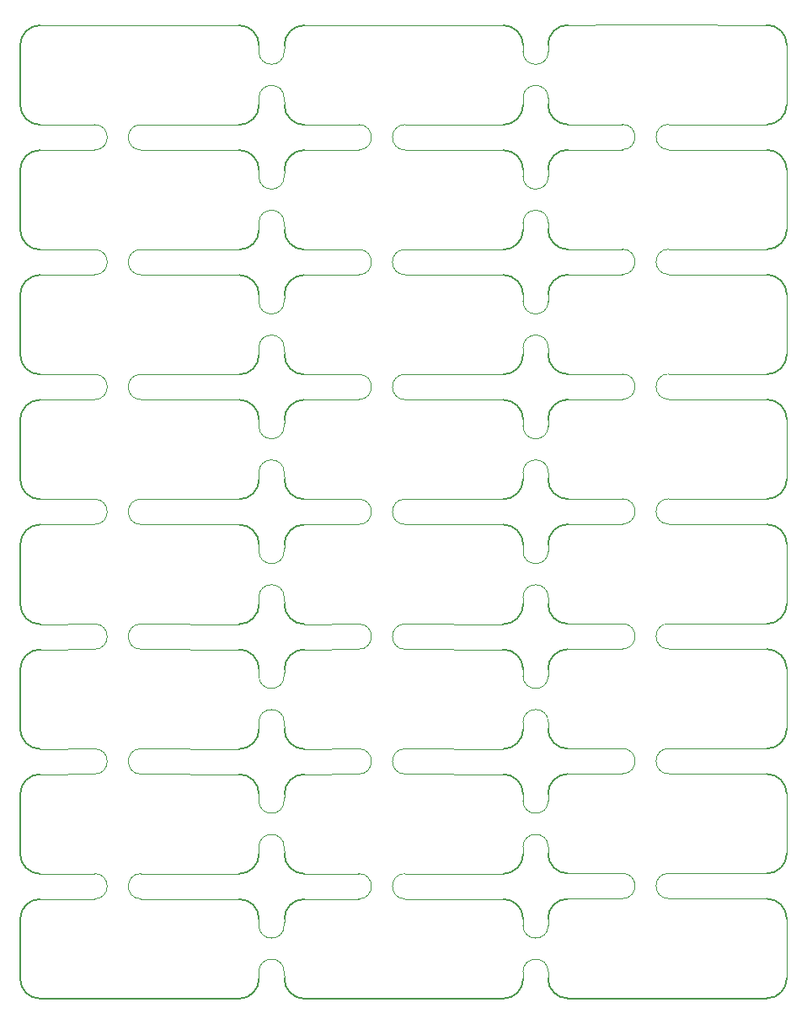
<source format=gbr>
%TF.GenerationSoftware,KiCad,Pcbnew,9.0.2*%
%TF.CreationDate,2026-01-01T17:19:06-05:00*%
%TF.ProjectId,Fracture Connector,46726163-7475-4726-9520-436f6e6e6563,rev?*%
%TF.SameCoordinates,Original*%
%TF.FileFunction,Profile,NP*%
%FSLAX46Y46*%
G04 Gerber Fmt 4.6, Leading zero omitted, Abs format (unit mm)*
G04 Created by KiCad (PCBNEW 9.0.2) date 2026-01-01 17:19:06*
%MOMM*%
%LPD*%
G01*
G04 APERTURE LIST*
%TA.AperFunction,Profile*%
%ADD10C,0.050000*%
%TD*%
%TA.AperFunction,Profile*%
%ADD11C,0.200000*%
%TD*%
%TA.AperFunction,Profile*%
%ADD12C,0.100000*%
%TD*%
G04 APERTURE END LIST*
D10*
X112355786Y-25455786D02*
X117015786Y-25455786D01*
X85860786Y-25485786D02*
X90520786Y-25485786D01*
X59310786Y-25485786D02*
X63970786Y-25485786D01*
X53835786Y-98205786D02*
X59310786Y-98185786D01*
X85860786Y-98185786D02*
X80385786Y-98205786D01*
X106880786Y-98175786D02*
X112355786Y-98155786D01*
X90520786Y-98185786D02*
X100385786Y-98205786D01*
X126880786Y-98175786D02*
X117015786Y-98155786D01*
X63970786Y-98185786D02*
X73835786Y-98205786D01*
X90520786Y-88185786D02*
X100385786Y-88205786D01*
D11*
X128880786Y-96175786D02*
G75*
G02*
X126880786Y-98175786I-2000000J0D01*
G01*
X102385786Y-96205786D02*
G75*
G02*
X100385786Y-98205786I-2000000J0D01*
G01*
D10*
X128880786Y-90175786D02*
X128880786Y-96175786D01*
X102385786Y-96205786D02*
X102370786Y-95515786D01*
X75835786Y-90205786D02*
X75820786Y-90855786D01*
D11*
X100385786Y-88205786D02*
G75*
G02*
X102385786Y-90205786I0J-2000000D01*
G01*
X73835786Y-88205786D02*
G75*
G02*
X75835786Y-90205786I1J-1999999D01*
G01*
D10*
X78385786Y-90205786D02*
X78360786Y-90855786D01*
D11*
X75835786Y-96205786D02*
G75*
G02*
X73835786Y-98205786I-1999999J-1D01*
G01*
X126880786Y-88175786D02*
G75*
G02*
X128880786Y-90175786I0J-2000000D01*
G01*
D10*
X104880786Y-96175786D02*
X104910786Y-95515786D01*
D11*
X51835786Y-96205786D02*
X51835786Y-90205786D01*
X80385786Y-98205786D02*
G75*
G02*
X78385786Y-96205786I-1J1999999D01*
G01*
X104880786Y-90175786D02*
G75*
G02*
X106880786Y-88175786I2000000J0D01*
G01*
D10*
X75835786Y-96205786D02*
X75820786Y-95515786D01*
X78385786Y-96205786D02*
X78360786Y-95515786D01*
X59310786Y-88185786D02*
X53835786Y-88205786D01*
X63970786Y-88185786D02*
X73835786Y-88205786D01*
X117015786Y-88155786D02*
X126880786Y-88175786D01*
X104880786Y-90175786D02*
X104910786Y-90855786D01*
D11*
X53835786Y-98205786D02*
G75*
G02*
X51835786Y-96205786I-1J1999999D01*
G01*
X51835786Y-90205786D02*
G75*
G02*
X53835786Y-88205786I1999999J1D01*
G01*
D10*
X102385786Y-90205786D02*
X102370786Y-90855786D01*
X112355786Y-88155786D02*
X106880786Y-88175786D01*
D11*
X106880786Y-98175786D02*
G75*
G02*
X104880786Y-96175786I0J2000000D01*
G01*
X78385786Y-90205786D02*
G75*
G02*
X80385786Y-88205786I1999999J1D01*
G01*
D10*
X85860786Y-88185786D02*
X80385786Y-88205786D01*
X53835786Y-85665786D02*
X59310786Y-85645786D01*
X85860786Y-85645786D02*
X80385786Y-85665786D01*
X106880786Y-85635786D02*
X112355786Y-85615786D01*
X90520786Y-85645786D02*
X100385786Y-85665786D01*
X126880786Y-85635786D02*
X117015786Y-85615786D01*
X63970786Y-85645786D02*
X73835786Y-85665786D01*
X90520786Y-75645786D02*
X100385786Y-75665786D01*
D11*
X128880786Y-83635786D02*
G75*
G02*
X126880786Y-85635786I-2000000J0D01*
G01*
X102385786Y-83665786D02*
G75*
G02*
X100385786Y-85665786I-2000000J0D01*
G01*
D10*
X128880786Y-77635786D02*
X128880786Y-83635786D01*
X102385786Y-83665786D02*
X102370786Y-82975786D01*
X75835786Y-77665786D02*
X75820786Y-78315786D01*
D11*
X100385786Y-75665786D02*
G75*
G02*
X102385786Y-77665786I0J-2000000D01*
G01*
X73835786Y-75665786D02*
G75*
G02*
X75835786Y-77665786I1J-1999999D01*
G01*
D10*
X78385786Y-77665786D02*
X78360786Y-78315786D01*
D11*
X75835786Y-83665786D02*
G75*
G02*
X73835786Y-85665786I-1999999J-1D01*
G01*
X126880786Y-75635786D02*
G75*
G02*
X128880786Y-77635786I0J-2000000D01*
G01*
D10*
X104880786Y-83635786D02*
X104910786Y-82975786D01*
D11*
X51835786Y-83665786D02*
X51835786Y-77665786D01*
X80385786Y-85665786D02*
G75*
G02*
X78385786Y-83665786I-1J1999999D01*
G01*
X104880786Y-77635786D02*
G75*
G02*
X106880786Y-75635786I2000000J0D01*
G01*
D10*
X75835786Y-83665786D02*
X75820786Y-82975786D01*
X78385786Y-83665786D02*
X78360786Y-82975786D01*
X59310786Y-75645786D02*
X53835786Y-75665786D01*
X63970786Y-75645786D02*
X73835786Y-75665786D01*
X117015786Y-75615786D02*
X126880786Y-75635786D01*
X104880786Y-77635786D02*
X104910786Y-78315786D01*
D11*
X53835786Y-85665786D02*
G75*
G02*
X51835786Y-83665786I-1J1999999D01*
G01*
X51835786Y-77665786D02*
G75*
G02*
X53835786Y-75665786I1999999J1D01*
G01*
D10*
X102385786Y-77665786D02*
X102370786Y-78315786D01*
X112355786Y-75615786D02*
X106880786Y-75635786D01*
D11*
X106880786Y-85635786D02*
G75*
G02*
X104880786Y-83635786I0J2000000D01*
G01*
X78385786Y-77665786D02*
G75*
G02*
X80385786Y-75665786I1999999J1D01*
G01*
D10*
X85860786Y-75645786D02*
X80385786Y-75665786D01*
X53835786Y-73125786D02*
X59310786Y-73105786D01*
X85860786Y-73105786D02*
X80385786Y-73125786D01*
X106880786Y-73095786D02*
X112355786Y-73075786D01*
X90520786Y-73105786D02*
X100385786Y-73125786D01*
X126880786Y-73095786D02*
X117015786Y-73075786D01*
X63970786Y-73105786D02*
X73835786Y-73125786D01*
X90520786Y-63105786D02*
X100385786Y-63125786D01*
D11*
X128880786Y-71095786D02*
G75*
G02*
X126880786Y-73095786I-2000000J0D01*
G01*
X102385786Y-71125786D02*
G75*
G02*
X100385786Y-73125786I-2000000J0D01*
G01*
D10*
X128880786Y-65095786D02*
X128880786Y-71095786D01*
X102385786Y-71125786D02*
X102370786Y-70435786D01*
X75835786Y-65125786D02*
X75820786Y-65775786D01*
D11*
X100385786Y-63125786D02*
G75*
G02*
X102385786Y-65125786I0J-2000000D01*
G01*
X73835786Y-63125786D02*
G75*
G02*
X75835786Y-65125786I1J-1999999D01*
G01*
D10*
X78385786Y-65125786D02*
X78360786Y-65775786D01*
D11*
X75835786Y-71125786D02*
G75*
G02*
X73835786Y-73125786I-1999999J-1D01*
G01*
X126880786Y-63095786D02*
G75*
G02*
X128880786Y-65095786I0J-2000000D01*
G01*
D10*
X104880786Y-71095786D02*
X104910786Y-70435786D01*
D11*
X51835786Y-71125786D02*
X51835786Y-65125786D01*
X80385786Y-73125786D02*
G75*
G02*
X78385786Y-71125786I-1J1999999D01*
G01*
X104880786Y-65095786D02*
G75*
G02*
X106880786Y-63095786I2000000J0D01*
G01*
D10*
X75835786Y-71125786D02*
X75820786Y-70435786D01*
X78385786Y-71125786D02*
X78360786Y-70435786D01*
X59310786Y-63105786D02*
X53835786Y-63125786D01*
X63970786Y-63105786D02*
X73835786Y-63125786D01*
X117015786Y-63075786D02*
X126880786Y-63095786D01*
X104880786Y-65095786D02*
X104910786Y-65775786D01*
D11*
X53835786Y-73125786D02*
G75*
G02*
X51835786Y-71125786I-1J1999999D01*
G01*
X51835786Y-65125786D02*
G75*
G02*
X53835786Y-63125786I1999999J1D01*
G01*
D10*
X102385786Y-65125786D02*
X102370786Y-65775786D01*
X112355786Y-63075786D02*
X106880786Y-63095786D01*
D11*
X106880786Y-73095786D02*
G75*
G02*
X104880786Y-71095786I0J2000000D01*
G01*
X78385786Y-65125786D02*
G75*
G02*
X80385786Y-63125786I1999999J1D01*
G01*
D10*
X85860786Y-63105786D02*
X80385786Y-63125786D01*
X53835786Y-60585786D02*
X59310786Y-60565786D01*
X85860786Y-60565786D02*
X80385786Y-60585786D01*
X106880786Y-60555786D02*
X112355786Y-60535786D01*
X90520786Y-60565786D02*
X100385786Y-60585786D01*
X126880786Y-60555786D02*
X117015786Y-60535786D01*
X63970786Y-60565786D02*
X73835786Y-60585786D01*
X90520786Y-50565786D02*
X100385786Y-50585786D01*
D11*
X128880786Y-58555786D02*
G75*
G02*
X126880786Y-60555786I-2000000J0D01*
G01*
X102385786Y-58585786D02*
G75*
G02*
X100385786Y-60585786I-2000000J0D01*
G01*
D10*
X128880786Y-52555786D02*
X128880786Y-58555786D01*
X102385786Y-58585786D02*
X102370786Y-57895786D01*
X75835786Y-52585786D02*
X75820786Y-53235786D01*
D11*
X100385786Y-50585786D02*
G75*
G02*
X102385786Y-52585786I0J-2000000D01*
G01*
X73835786Y-50585786D02*
G75*
G02*
X75835786Y-52585786I1J-1999999D01*
G01*
D10*
X78385786Y-52585786D02*
X78360786Y-53235786D01*
D11*
X75835786Y-58585786D02*
G75*
G02*
X73835786Y-60585786I-1999999J-1D01*
G01*
X126880786Y-50555786D02*
G75*
G02*
X128880786Y-52555786I0J-2000000D01*
G01*
D10*
X104880786Y-58555786D02*
X104910786Y-57895786D01*
D11*
X51835786Y-58585786D02*
X51835786Y-52585786D01*
X80385786Y-60585786D02*
G75*
G02*
X78385786Y-58585786I-1J1999999D01*
G01*
X104880786Y-52555786D02*
G75*
G02*
X106880786Y-50555786I2000000J0D01*
G01*
D10*
X75835786Y-58585786D02*
X75820786Y-57895786D01*
X78385786Y-58585786D02*
X78360786Y-57895786D01*
X59310786Y-50565786D02*
X53835786Y-50585786D01*
X63970786Y-50565786D02*
X73835786Y-50585786D01*
X117015786Y-50535786D02*
X126880786Y-50555786D01*
X104880786Y-52555786D02*
X104910786Y-53235786D01*
D11*
X53835786Y-60585786D02*
G75*
G02*
X51835786Y-58585786I-1J1999999D01*
G01*
X51835786Y-52585786D02*
G75*
G02*
X53835786Y-50585786I1999999J1D01*
G01*
D10*
X102385786Y-52585786D02*
X102370786Y-53235786D01*
X112355786Y-50535786D02*
X106880786Y-50555786D01*
D11*
X106880786Y-60555786D02*
G75*
G02*
X104880786Y-58555786I0J2000000D01*
G01*
X78385786Y-52585786D02*
G75*
G02*
X80385786Y-50585786I1999999J1D01*
G01*
D10*
X85860786Y-50565786D02*
X80385786Y-50585786D01*
X53835786Y-48045786D02*
X59310786Y-48025786D01*
X85860786Y-48025786D02*
X80385786Y-48045786D01*
X106880786Y-48015786D02*
X112355786Y-47995786D01*
X90520786Y-48025786D02*
X100385786Y-48045786D01*
X126880786Y-48015786D02*
X117015786Y-47995786D01*
X63970786Y-48025786D02*
X73835786Y-48045786D01*
X90520786Y-38025786D02*
X100385786Y-38045786D01*
D11*
X128880786Y-46015786D02*
G75*
G02*
X126880786Y-48015786I-2000000J0D01*
G01*
X102385786Y-46045786D02*
G75*
G02*
X100385786Y-48045786I-2000000J0D01*
G01*
D10*
X128880786Y-40015786D02*
X128880786Y-46015786D01*
X102385786Y-46045786D02*
X102370786Y-45355786D01*
X75835786Y-40045786D02*
X75820786Y-40695786D01*
D11*
X100385786Y-38045786D02*
G75*
G02*
X102385786Y-40045786I0J-2000000D01*
G01*
X73835786Y-38045786D02*
G75*
G02*
X75835786Y-40045786I1J-1999999D01*
G01*
D10*
X78385786Y-40045786D02*
X78360786Y-40695786D01*
D11*
X75835786Y-46045786D02*
G75*
G02*
X73835786Y-48045786I-1999999J-1D01*
G01*
X126880786Y-38015786D02*
G75*
G02*
X128880786Y-40015786I0J-2000000D01*
G01*
D10*
X104880786Y-46015786D02*
X104910786Y-45355786D01*
D11*
X51835786Y-46045786D02*
X51835786Y-40045786D01*
X80385786Y-48045786D02*
G75*
G02*
X78385786Y-46045786I-1J1999999D01*
G01*
X104880786Y-40015786D02*
G75*
G02*
X106880786Y-38015786I2000000J0D01*
G01*
D10*
X75835786Y-46045786D02*
X75820786Y-45355786D01*
X78385786Y-46045786D02*
X78360786Y-45355786D01*
X59310786Y-38025786D02*
X53835786Y-38045786D01*
X63970786Y-38025786D02*
X73835786Y-38045786D01*
X117015786Y-37995786D02*
X126880786Y-38015786D01*
X104880786Y-40015786D02*
X104910786Y-40695786D01*
D11*
X53835786Y-48045786D02*
G75*
G02*
X51835786Y-46045786I-1J1999999D01*
G01*
X51835786Y-40045786D02*
G75*
G02*
X53835786Y-38045786I1999999J1D01*
G01*
D10*
X102385786Y-40045786D02*
X102370786Y-40695786D01*
X112355786Y-37995786D02*
X106880786Y-38015786D01*
D11*
X106880786Y-48015786D02*
G75*
G02*
X104880786Y-46015786I0J2000000D01*
G01*
X78385786Y-40045786D02*
G75*
G02*
X80385786Y-38045786I1999999J1D01*
G01*
D10*
X85860786Y-38025786D02*
X80385786Y-38045786D01*
X53835786Y-35505786D02*
X59310786Y-35485786D01*
X85860786Y-35485786D02*
X80385786Y-35505786D01*
X106880786Y-35475786D02*
X112355786Y-35455786D01*
X90520786Y-35485786D02*
X100385786Y-35505786D01*
X126880786Y-35475786D02*
X117015786Y-35455786D01*
X63970786Y-35485786D02*
X73835786Y-35505786D01*
X90520786Y-25485786D02*
X100385786Y-25505786D01*
D11*
X128880786Y-33475786D02*
G75*
G02*
X126880786Y-35475786I-2000000J0D01*
G01*
X102385786Y-33505786D02*
G75*
G02*
X100385786Y-35505786I-2000000J0D01*
G01*
D10*
X128880786Y-27475786D02*
X128880786Y-33475786D01*
X102385786Y-33505786D02*
X102370786Y-32815786D01*
X75835786Y-27505786D02*
X75820786Y-28155786D01*
D11*
X100385786Y-25505786D02*
G75*
G02*
X102385786Y-27505786I0J-2000000D01*
G01*
X73835786Y-25505786D02*
G75*
G02*
X75835786Y-27505786I1J-1999999D01*
G01*
D10*
X78385786Y-27505786D02*
X78360786Y-28155786D01*
D11*
X75835786Y-33505786D02*
G75*
G02*
X73835786Y-35505786I-1999999J-1D01*
G01*
X126880786Y-25475786D02*
G75*
G02*
X128880786Y-27475786I0J-2000000D01*
G01*
D10*
X104880786Y-33475786D02*
X104910786Y-32815786D01*
D11*
X51835786Y-33505786D02*
X51835786Y-27505786D01*
X80385786Y-35505786D02*
G75*
G02*
X78385786Y-33505786I-1J1999999D01*
G01*
X104880786Y-27475786D02*
G75*
G02*
X106880786Y-25475786I2000000J0D01*
G01*
D10*
X75835786Y-33505786D02*
X75820786Y-32815786D01*
X78385786Y-33505786D02*
X78360786Y-32815786D01*
X59310786Y-25485786D02*
X53835786Y-25505786D01*
X63970786Y-25485786D02*
X73835786Y-25505786D01*
X117015786Y-25455786D02*
X126880786Y-25475786D01*
X104880786Y-27475786D02*
X104910786Y-28155786D01*
D11*
X53835786Y-35505786D02*
G75*
G02*
X51835786Y-33505786I-1J1999999D01*
G01*
X51835786Y-27505786D02*
G75*
G02*
X53835786Y-25505786I1999999J1D01*
G01*
D10*
X102385786Y-27505786D02*
X102370786Y-28155786D01*
X112355786Y-25455786D02*
X106880786Y-25475786D01*
D11*
X106880786Y-35475786D02*
G75*
G02*
X104880786Y-33475786I0J2000000D01*
G01*
X78385786Y-27505786D02*
G75*
G02*
X80385786Y-25505786I1999999J1D01*
G01*
D10*
X85860786Y-25485786D02*
X80385786Y-25505786D01*
X85860786Y-100725786D02*
X80385786Y-100745786D01*
D11*
X78385786Y-102745786D02*
G75*
G02*
X80385786Y-100745786I1999999J1D01*
G01*
X106880786Y-110715786D02*
G75*
G02*
X104880786Y-108715786I0J2000000D01*
G01*
D10*
X112355786Y-100695786D02*
X106880786Y-100715786D01*
X102385786Y-102745786D02*
X102370786Y-103395786D01*
D11*
X51835786Y-102745786D02*
G75*
G02*
X53835786Y-100745786I1999999J1D01*
G01*
X53835786Y-110745786D02*
G75*
G02*
X51835786Y-108745786I-1J1999999D01*
G01*
D10*
X104880786Y-102715786D02*
X104910786Y-103395786D01*
X117015786Y-100695786D02*
X126880786Y-100715786D01*
X63970786Y-100725786D02*
X73835786Y-100745786D01*
X59310786Y-100725786D02*
X53835786Y-100745786D01*
X78385786Y-108745786D02*
X78360786Y-108055786D01*
X75835786Y-108745786D02*
X75820786Y-108055786D01*
D11*
X104880786Y-102715786D02*
G75*
G02*
X106880786Y-100715786I2000000J0D01*
G01*
X80385786Y-110745786D02*
G75*
G02*
X78385786Y-108745786I-1J1999999D01*
G01*
X51835786Y-108745786D02*
X51835786Y-102745786D01*
D10*
X104880786Y-108715786D02*
X104910786Y-108055786D01*
D11*
X126880786Y-100715786D02*
G75*
G02*
X128880786Y-102715786I0J-2000000D01*
G01*
X75835786Y-108745786D02*
G75*
G02*
X73835786Y-110745786I-1999999J-1D01*
G01*
D10*
X78385786Y-102745786D02*
X78360786Y-103395786D01*
D11*
X73835786Y-100745786D02*
G75*
G02*
X75835786Y-102745786I1J-1999999D01*
G01*
X100385786Y-100745786D02*
G75*
G02*
X102385786Y-102745786I0J-2000000D01*
G01*
D10*
X75835786Y-102745786D02*
X75820786Y-103395786D01*
X102385786Y-108745786D02*
X102370786Y-108055786D01*
X128880786Y-102715786D02*
X128880786Y-108715786D01*
D11*
X102385786Y-108745786D02*
G75*
G02*
X100385786Y-110745786I-2000000J0D01*
G01*
X128880786Y-108715786D02*
G75*
G02*
X126880786Y-110715786I-2000000J0D01*
G01*
D10*
X90520786Y-100725786D02*
X100385786Y-100745786D01*
X63970786Y-110725786D02*
X73835786Y-110745786D01*
X126880786Y-110715786D02*
X117015786Y-110695786D01*
X90520786Y-110725786D02*
X100385786Y-110745786D01*
X106880786Y-110715786D02*
X112355786Y-110695786D01*
X85860786Y-110725786D02*
X80385786Y-110745786D01*
X53835786Y-110745786D02*
X59310786Y-110725786D01*
X128880786Y-115255786D02*
X128880786Y-121255786D01*
X102385786Y-121285786D02*
X102370786Y-120595786D01*
X117015786Y-113235786D02*
X126880786Y-113255786D01*
X90520786Y-113265786D02*
X100385786Y-113285786D01*
D11*
X78385786Y-115285786D02*
G75*
G02*
X80385786Y-113285786I1999999J1D01*
G01*
D10*
X102385786Y-115285786D02*
X102370786Y-115935786D01*
D11*
X126880786Y-113255786D02*
G75*
G02*
X128880786Y-115255786I0J-2000000D01*
G01*
X102385786Y-121285786D02*
G75*
G02*
X100385786Y-123285786I-2000000J0D01*
G01*
X128880786Y-121255786D02*
G75*
G02*
X126880786Y-123255786I-2000000J0D01*
G01*
D10*
X104880786Y-115255786D02*
X104910786Y-115935786D01*
D11*
X73835786Y-123285786D02*
X53835786Y-123285786D01*
D10*
X59310786Y-113265786D02*
X53835786Y-113285786D01*
D11*
X80385786Y-123285786D02*
G75*
G02*
X78385786Y-121285786I-1J1999999D01*
G01*
D10*
X75835786Y-115285786D02*
X75820786Y-115935786D01*
D11*
X100385786Y-123285786D02*
X80385786Y-123285786D01*
X51835786Y-121285786D02*
X51835786Y-115285786D01*
D10*
X85860786Y-113265786D02*
X80385786Y-113285786D01*
X104880786Y-121255786D02*
X104910786Y-120595786D01*
D11*
X104880786Y-115255786D02*
G75*
G02*
X106880786Y-113255786I2000000J0D01*
G01*
D10*
X63970786Y-113265786D02*
X73835786Y-113285786D01*
D11*
X100385786Y-113285786D02*
G75*
G02*
X102385786Y-115285786I0J-2000000D01*
G01*
X106880786Y-123255786D02*
G75*
G02*
X104880786Y-121255786I0J2000000D01*
G01*
D10*
X75835786Y-121285786D02*
X75820786Y-120595786D01*
D11*
X75835786Y-121285786D02*
G75*
G02*
X73835786Y-123285786I-1999999J-1D01*
G01*
X53835786Y-123285786D02*
G75*
G02*
X51835786Y-121285786I-1J1999999D01*
G01*
X73835786Y-113285786D02*
G75*
G02*
X75835786Y-115285786I1J-1999999D01*
G01*
X51835786Y-115285786D02*
G75*
G02*
X53835786Y-113285786I1999999J1D01*
G01*
D10*
X78385786Y-121285786D02*
X78360786Y-120595786D01*
D11*
X126880786Y-123255786D02*
X106880786Y-123255786D01*
D10*
X78385786Y-115285786D02*
X78360786Y-115935786D01*
X112355786Y-113235786D02*
X106880786Y-113255786D01*
D12*
%TO.C,mouse-bite-2.54mm-slot31*%
X78360786Y-90855786D02*
G75*
G02*
X75820786Y-90855786I-1270000J0D01*
G01*
X75820786Y-95515786D02*
G75*
G02*
X78360786Y-95515786I1270000J0D01*
G01*
%TO.C,mouse-bite-2.54mm-slot33*%
X63970786Y-88185786D02*
G75*
G02*
X63970786Y-85645786I0J1270000D01*
G01*
X59310786Y-85645786D02*
G75*
G02*
X59310786Y-88185786I0J-1270000D01*
G01*
%TO.C,mouse-bite-2.54mm-slot34*%
X90520786Y-88185786D02*
G75*
G02*
X90520786Y-85645786I0J1270000D01*
G01*
X85860786Y-85645786D02*
G75*
G02*
X85860786Y-88185786I0J-1270000D01*
G01*
%TO.C,mouse-bite-2.54mm-slot35*%
X117015786Y-88155786D02*
G75*
G02*
X117015786Y-85615786I0J1270000D01*
G01*
X112355786Y-85615786D02*
G75*
G02*
X112355786Y-88155786I0J-1270000D01*
G01*
%TO.C,mouse-bite-2.54mm-slot32*%
X104910786Y-90855786D02*
G75*
G02*
X102370786Y-90855786I-1270000J0D01*
G01*
X102370786Y-95515786D02*
G75*
G02*
X104910786Y-95515786I1270000J0D01*
G01*
%TO.C,mouse-bite-2.54mm-slot26*%
X78360786Y-78315786D02*
G75*
G02*
X75820786Y-78315786I-1270000J0D01*
G01*
X75820786Y-82975786D02*
G75*
G02*
X78360786Y-82975786I1270000J0D01*
G01*
%TO.C,mouse-bite-2.54mm-slot28*%
X63970786Y-75645786D02*
G75*
G02*
X63970786Y-73105786I0J1270000D01*
G01*
X59310786Y-73105786D02*
G75*
G02*
X59310786Y-75645786I0J-1270000D01*
G01*
%TO.C,mouse-bite-2.54mm-slot29*%
X90520786Y-75645786D02*
G75*
G02*
X90520786Y-73105786I0J1270000D01*
G01*
X85860786Y-73105786D02*
G75*
G02*
X85860786Y-75645786I0J-1270000D01*
G01*
%TO.C,mouse-bite-2.54mm-slot30*%
X117015786Y-75615786D02*
G75*
G02*
X117015786Y-73075786I0J1270000D01*
G01*
X112355786Y-73075786D02*
G75*
G02*
X112355786Y-75615786I0J-1270000D01*
G01*
%TO.C,mouse-bite-2.54mm-slot27*%
X104910786Y-78315786D02*
G75*
G02*
X102370786Y-78315786I-1270000J0D01*
G01*
X102370786Y-82975786D02*
G75*
G02*
X104910786Y-82975786I1270000J0D01*
G01*
%TO.C,mouse-bite-2.54mm-slot21*%
X78360786Y-65775786D02*
G75*
G02*
X75820786Y-65775786I-1270000J0D01*
G01*
X75820786Y-70435786D02*
G75*
G02*
X78360786Y-70435786I1270000J0D01*
G01*
%TO.C,mouse-bite-2.54mm-slot23*%
X63970786Y-63105786D02*
G75*
G02*
X63970786Y-60565786I0J1270000D01*
G01*
X59310786Y-60565786D02*
G75*
G02*
X59310786Y-63105786I0J-1270000D01*
G01*
%TO.C,mouse-bite-2.54mm-slot24*%
X90520786Y-63105786D02*
G75*
G02*
X90520786Y-60565786I0J1270000D01*
G01*
X85860786Y-60565786D02*
G75*
G02*
X85860786Y-63105786I0J-1270000D01*
G01*
%TO.C,mouse-bite-2.54mm-slot25*%
X117015786Y-63075786D02*
G75*
G02*
X117015786Y-60535786I0J1270000D01*
G01*
X112355786Y-60535786D02*
G75*
G02*
X112355786Y-63075786I0J-1270000D01*
G01*
%TO.C,mouse-bite-2.54mm-slot22*%
X104910786Y-65775786D02*
G75*
G02*
X102370786Y-65775786I-1270000J0D01*
G01*
X102370786Y-70435786D02*
G75*
G02*
X104910786Y-70435786I1270000J0D01*
G01*
%TO.C,mouse-bite-2.54mm-slot16*%
X78360786Y-53235786D02*
G75*
G02*
X75820786Y-53235786I-1270000J0D01*
G01*
X75820786Y-57895786D02*
G75*
G02*
X78360786Y-57895786I1270000J0D01*
G01*
%TO.C,mouse-bite-2.54mm-slot18*%
X63970786Y-50565786D02*
G75*
G02*
X63970786Y-48025786I0J1270000D01*
G01*
X59310786Y-48025786D02*
G75*
G02*
X59310786Y-50565786I0J-1270000D01*
G01*
%TO.C,mouse-bite-2.54mm-slot19*%
X90520786Y-50565786D02*
G75*
G02*
X90520786Y-48025786I0J1270000D01*
G01*
X85860786Y-48025786D02*
G75*
G02*
X85860786Y-50565786I0J-1270000D01*
G01*
%TO.C,mouse-bite-2.54mm-slot20*%
X117015786Y-50535786D02*
G75*
G02*
X117015786Y-47995786I0J1270000D01*
G01*
X112355786Y-47995786D02*
G75*
G02*
X112355786Y-50535786I0J-1270000D01*
G01*
%TO.C,mouse-bite-2.54mm-slot17*%
X104910786Y-53235786D02*
G75*
G02*
X102370786Y-53235786I-1270000J0D01*
G01*
X102370786Y-57895786D02*
G75*
G02*
X104910786Y-57895786I1270000J0D01*
G01*
%TO.C,mouse-bite-2.54mm-slot11*%
X78360786Y-40695786D02*
G75*
G02*
X75820786Y-40695786I-1270000J0D01*
G01*
X75820786Y-45355786D02*
G75*
G02*
X78360786Y-45355786I1270000J0D01*
G01*
%TO.C,mouse-bite-2.54mm-slot13*%
X63970786Y-38025786D02*
G75*
G02*
X63970786Y-35485786I0J1270000D01*
G01*
X59310786Y-35485786D02*
G75*
G02*
X59310786Y-38025786I0J-1270000D01*
G01*
%TO.C,mouse-bite-2.54mm-slot14*%
X90520786Y-38025786D02*
G75*
G02*
X90520786Y-35485786I0J1270000D01*
G01*
X85860786Y-35485786D02*
G75*
G02*
X85860786Y-38025786I0J-1270000D01*
G01*
%TO.C,mouse-bite-2.54mm-slot15*%
X117015786Y-37995786D02*
G75*
G02*
X117015786Y-35455786I0J1270000D01*
G01*
X112355786Y-35455786D02*
G75*
G02*
X112355786Y-37995786I0J-1270000D01*
G01*
%TO.C,mouse-bite-2.54mm-slot12*%
X104910786Y-40695786D02*
G75*
G02*
X102370786Y-40695786I-1270000J0D01*
G01*
X102370786Y-45355786D02*
G75*
G02*
X104910786Y-45355786I1270000J0D01*
G01*
%TO.C,mouse-bite-2.54mm-slot6*%
X78360786Y-28155786D02*
G75*
G02*
X75820786Y-28155786I-1270000J0D01*
G01*
X75820786Y-32815786D02*
G75*
G02*
X78360786Y-32815786I1270000J0D01*
G01*
%TO.C,mouse-bite-2.54mm-slot7*%
X104910786Y-28155786D02*
G75*
G02*
X102370786Y-28155786I-1270000J0D01*
G01*
X102370786Y-32815786D02*
G75*
G02*
X104910786Y-32815786I1270000J0D01*
G01*
%TO.C,mouse-bite-2.54mm-slot2*%
X104910786Y-103395786D02*
G75*
G02*
X102370786Y-103395786I-1270000J0D01*
G01*
X102370786Y-108055786D02*
G75*
G02*
X104910786Y-108055786I1270000J0D01*
G01*
%TO.C,mouse-bite-2.54mm-slot5*%
X117015786Y-100695786D02*
G75*
G02*
X117015786Y-98155786I0J1270000D01*
G01*
X112355786Y-98155786D02*
G75*
G02*
X112355786Y-100695786I0J-1270000D01*
G01*
%TO.C,mouse-bite-2.54mm-slot4*%
X90520786Y-100725786D02*
G75*
G02*
X90520786Y-98185786I0J1270000D01*
G01*
X85860786Y-98185786D02*
G75*
G02*
X85860786Y-100725786I0J-1270000D01*
G01*
%TO.C,mouse-bite-2.54mm-slot3*%
X63970786Y-100725786D02*
G75*
G02*
X63970786Y-98185786I0J1270000D01*
G01*
X59310786Y-98185786D02*
G75*
G02*
X59310786Y-100725786I0J-1270000D01*
G01*
%TO.C,mouse-bite-2.54mm-slot1*%
X78360786Y-103395786D02*
G75*
G02*
X75820786Y-103395786I-1270000J0D01*
G01*
X75820786Y-108055786D02*
G75*
G02*
X78360786Y-108055786I1270000J0D01*
G01*
%TO.C,mouse-bite-2.54mm-slot*%
X85860786Y-110725786D02*
G75*
G02*
X85860786Y-113265786I0J-1270000D01*
G01*
X90520786Y-113265786D02*
G75*
G02*
X90520786Y-110725786I0J1270000D01*
G01*
X75820786Y-120595786D02*
G75*
G02*
X78360786Y-120595786I1270000J0D01*
G01*
X78360786Y-115935786D02*
G75*
G02*
X75820786Y-115935786I-1270000J0D01*
G01*
X59310786Y-110725786D02*
G75*
G02*
X59310786Y-113265786I0J-1270000D01*
G01*
X63970786Y-113265786D02*
G75*
G02*
X63970786Y-110725786I0J1270000D01*
G01*
X102370786Y-120595786D02*
G75*
G02*
X104910786Y-120595786I1270000J0D01*
G01*
X104910786Y-115935786D02*
G75*
G02*
X102370786Y-115935786I-1270000J0D01*
G01*
X112355786Y-110695786D02*
G75*
G02*
X112355786Y-113235786I0J-1270000D01*
G01*
X117015786Y-113235786D02*
G75*
G02*
X117015786Y-110695786I0J1270000D01*
G01*
%TD*%
M02*

</source>
